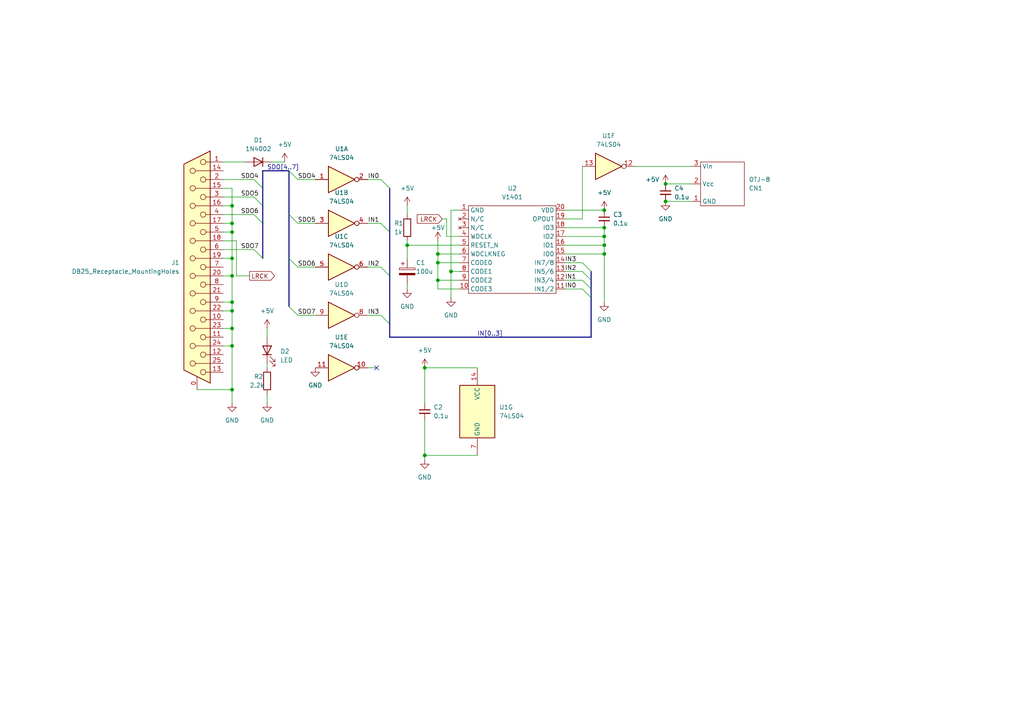
<source format=kicad_sch>
(kicad_sch (version 20230121) (generator eeschema)
  (paper "A4")
  (title_block (title "RBUS-ADAT") (date "2024-01-26") (rev "0") (company "Chrisoft") (comment 1 "Licensed under CERN-OHL-P v2 or later"))
  (lib_symbols
    (symbol "74xx:74LS04"
      (property "Reference" "U" (at 0 1.27 0))
      (property "Value" "74LS04" (at 0 -1.27 0))
      (symbol "74LS04_1_0"
        (polyline (pts (xy -3.81 3.81) (xy -3.81 -3.81) (xy 3.81 0) (xy -3.81 3.81)) (stroke (width 0.254)) (fill (type background)))
        (pin input line (at -7.62 0 0) (length 3.81) (name "~") (number "1"))
        (pin output inverted (at 7.62 0 180) (length 3.81) (name "~") (number "2"))
      )
      (symbol "74LS04_2_0"
        (polyline (pts (xy -3.81 3.81) (xy -3.81 -3.81) (xy 3.81 0) (xy -3.81 3.81)) (stroke (width 0.254)) (fill (type background)))
        (pin input line (at -7.62 0 0) (length 3.81) (name "~") (number "3"))
        (pin output inverted (at 7.62 0 180) (length 3.81) (name "~") (number "4"))
      )
      (symbol "74LS04_3_0"
        (polyline (pts (xy -3.81 3.81) (xy -3.81 -3.81) (xy 3.81 0) (xy -3.81 3.81)) (stroke (width 0.254)) (fill (type background)))
        (pin input line (at -7.62 0 0) (length 3.81) (name "~") (number "5"))
        (pin output inverted (at 7.62 0 180) (length 3.81) (name "~") (number "6"))
      )
      (symbol "74LS04_4_0"
        (polyline (pts (xy -3.81 3.81) (xy -3.81 -3.81) (xy 3.81 0) (xy -3.81 3.81)) (stroke (width 0.254)) (fill (type background)))
        (pin output inverted (at 7.62 0 180) (length 3.81) (name "~") (number "8"))
        (pin input line (at -7.62 0 0) (length 3.81) (name "~") (number "9"))
      )
      (symbol "74LS04_5_0"
        (polyline (pts (xy -3.81 3.81) (xy -3.81 -3.81) (xy 3.81 0) (xy -3.81 3.81)) (stroke (width 0.254)) (fill (type background)))
        (pin output inverted (at 7.62 0 180) (length 3.81) (name "~") (number "10"))
        (pin input line (at -7.62 0 0) (length 3.81) (name "~") (number "11"))
      )
      (symbol "74LS04_6_0"
        (polyline (pts (xy -3.81 3.81) (xy -3.81 -3.81) (xy 3.81 0) (xy -3.81 3.81)) (stroke (width 0.254)) (fill (type background)))
        (pin output inverted (at 7.62 0 180) (length 3.81) (name "~") (number "12"))
        (pin input line (at -7.62 0 0) (length 3.81) (name "~") (number "13"))
      )
      (symbol "74LS04_7_0"
        (pin power_in line (at 0 12.7 270) (length 5.08) (name "VCC") (number "14"))
        (pin power_in line (at 0 -12.7 90) (length 5.08) (name "GND") (number "7"))
      )
      (symbol "74LS04_7_1"
        (rectangle (start -5.08 7.62) (end 5.08 -7.62) (stroke (width 0.254)) (fill (type background)))
      )
    )
    (symbol "Connector:DB25_Receptacle_MountingHoles" (pin_names (offset 1.016) hide)
      (property "Reference" "J" (at 0 36.83 0))
      (property "Value" "DB25_Receptacle_MountingHoles" (at 0 34.925 0))
      (symbol "DB25_Receptacle_MountingHoles_0_1"
        (circle (center -1.778 -30.48) (radius 0.762))
        (circle (center -1.778 -25.4) (radius 0.762))
        (circle (center -1.778 -20.32) (radius 0.762))
        (circle (center -1.778 -15.24) (radius 0.762))
        (circle (center -1.778 -10.16) (radius 0.762))
        (circle (center -1.778 -5.08) (radius 0.762))
        (circle (center -1.778 0) (radius 0.762))
        (circle (center -1.778 5.08) (radius 0.762))
        (circle (center -1.778 10.16) (radius 0.762))
        (circle (center -1.778 15.24) (radius 0.762))
        (circle (center -1.778 20.32) (radius 0.762))
        (circle (center -1.778 25.4) (radius 0.762))
        (circle (center -1.778 30.48) (radius 0.762))
        (polyline (pts (xy -3.81 -30.48) (xy -2.54 -30.48)))
        (polyline (pts (xy -3.81 -27.94) (xy 0.508 -27.94)))
        (polyline (pts (xy -3.81 -25.4) (xy -2.54 -25.4)))
        (polyline (pts (xy -3.81 -22.86) (xy 0.508 -22.86)))
        (polyline (pts (xy -3.81 -20.32) (xy -2.54 -20.32)))
        (polyline (pts (xy -3.81 -17.78) (xy 0.508 -17.78)))
        (polyline (pts (xy -3.81 -15.24) (xy -2.54 -15.24)))
        (polyline (pts (xy -3.81 -12.7) (xy 0.508 -12.7)))
        (polyline (pts (xy -3.81 -10.16) (xy -2.54 -10.16)))
        (polyline (pts (xy -3.81 -7.62) (xy 0.508 -7.62)))
        (polyline (pts (xy -3.81 -5.08) (xy -2.54 -5.08)))
        (polyline (pts (xy -3.81 -2.54) (xy 0.508 -2.54)))
        (polyline (pts (xy -3.81 0) (xy -2.54 0)))
        (polyline (pts (xy -3.81 2.54) (xy 0.508 2.54)))
        (polyline (pts (xy -3.81 5.08) (xy -2.54 5.08)))
        (polyline (pts (xy -3.81 7.62) (xy 0.508 7.62)))
        (polyline (pts (xy -3.81 10.16) (xy -2.54 10.16)))
        (polyline (pts (xy -3.81 12.7) (xy 0.508 12.7)))
        (polyline (pts (xy -3.81 15.24) (xy -2.54 15.24)))
        (polyline (pts (xy -3.81 17.78) (xy 0.508 17.78)))
        (polyline (pts (xy -3.81 20.32) (xy -2.54 20.32)))
        (polyline (pts (xy -3.81 22.86) (xy 0.508 22.86)))
        (polyline (pts (xy -3.81 25.4) (xy -2.54 25.4)))
        (polyline (pts (xy -3.81 27.94) (xy 0.508 27.94)))
        (polyline (pts (xy -3.81 30.48) (xy -2.54 30.48)))
        (polyline (pts (xy -3.81 33.655) (xy 3.81 29.845) (xy 3.81 -29.845) (xy -3.81 -33.655) (xy -3.81 33.655)) (stroke (width 0.254)) (fill (type background)))
        (circle (center 1.27 -27.94) (radius 0.762))
        (circle (center 1.27 -22.86) (radius 0.762))
        (circle (center 1.27 -17.78) (radius 0.762))
        (circle (center 1.27 -12.7) (radius 0.762))
        (circle (center 1.27 -7.62) (radius 0.762))
        (circle (center 1.27 -2.54) (radius 0.762))
        (circle (center 1.27 2.54) (radius 0.762))
        (circle (center 1.27 7.62) (radius 0.762))
        (circle (center 1.27 12.7) (radius 0.762))
        (circle (center 1.27 17.78) (radius 0.762))
        (circle (center 1.27 22.86) (radius 0.762))
        (circle (center 1.27 27.94) (radius 0.762))
      )
      (symbol "DB25_Receptacle_MountingHoles_1_1"
        (pin passive line (at 0 -35.56 90) (length 3.81) (name "PAD") (number "0"))
        (pin passive line (at -7.62 30.48 0) (length 3.81) (name "1") (number "1"))
        (pin passive line (at -7.62 -15.24 0) (length 3.81) (name "10") (number "10"))
        (pin passive line (at -7.62 -20.32 0) (length 3.81) (name "11") (number "11"))
        (pin passive line (at -7.62 -25.4 0) (length 3.81) (name "12") (number "12"))
        (pin passive line (at -7.62 -30.48 0) (length 3.81) (name "13") (number "13"))
        (pin passive line (at -7.62 27.94 0) (length 3.81) (name "P14") (number "14"))
        (pin passive line (at -7.62 22.86 0) (length 3.81) (name "P15") (number "15"))
        (pin passive line (at -7.62 17.78 0) (length 3.81) (name "P16") (number "16"))
        (pin passive line (at -7.62 12.7 0) (length 3.81) (name "P17") (number "17"))
        (pin passive line (at -7.62 7.62 0) (length 3.81) (name "P18") (number "18"))
        (pin passive line (at -7.62 2.54 0) (length 3.81) (name "P19") (number "19"))
        (pin passive line (at -7.62 25.4 0) (length 3.81) (name "2") (number "2"))
        (pin passive line (at -7.62 -2.54 0) (length 3.81) (name "P20") (number "20"))
        (pin passive line (at -7.62 -7.62 0) (length 3.81) (name "P21") (number "21"))
        (pin passive line (at -7.62 -12.7 0) (length 3.81) (name "P22") (number "22"))
        (pin passive line (at -7.62 -17.78 0) (length 3.81) (name "P23") (number "23"))
        (pin passive line (at -7.62 -22.86 0) (length 3.81) (name "P24") (number "24"))
        (pin passive line (at -7.62 -27.94 0) (length 3.81) (name "P25") (number "25"))
        (pin passive line (at -7.62 20.32 0) (length 3.81) (name "3") (number "3"))
        (pin passive line (at -7.62 15.24 0) (length 3.81) (name "4") (number "4"))
        (pin passive line (at -7.62 10.16 0) (length 3.81) (name "5") (number "5"))
        (pin passive line (at -7.62 5.08 0) (length 3.81) (name "6") (number "6"))
        (pin passive line (at -7.62 0 0) (length 3.81) (name "7") (number "7"))
        (pin passive line (at -7.62 -5.08 0) (length 3.81) (name "8") (number "8"))
        (pin passive line (at -7.62 -10.16 0) (length 3.81) (name "9") (number "9"))
      )
    )
    (symbol "Device:C_Polarized" (pin_numbers hide) (pin_names (offset 0.254))
      (property "Reference" "C" (at 0.635 2.54 0))
      (property "Value" "C_Polarized" (at 0.635 -2.54 0))
      (symbol "C_Polarized_0_1"
        (rectangle (start -2.286 0.508) (end 2.286 1.016))
        (polyline (pts (xy -1.778 2.286) (xy -0.762 2.286)))
        (polyline (pts (xy -1.27 2.794) (xy -1.27 1.778)))
        (rectangle (start 2.286 -0.508) (end -2.286 -1.016) (fill (type outline)))
      )
      (symbol "C_Polarized_1_1"
        (pin passive line (at 0 3.81 270) (length 2.794) (name "~") (number "1"))
        (pin passive line (at 0 -3.81 90) (length 2.794) (name "~") (number "2"))
      )
    )
    (symbol "Device:C_Small" (pin_numbers hide) (pin_names (offset 0.254) hide)
      (property "Reference" "C" (at 0.254 1.778 0))
      (property "Value" "C_Small" (at 0.254 -2.032 0))
      (symbol "C_Small_0_1"
        (polyline (pts (xy -1.524 -0.508) (xy 1.524 -0.508)) (stroke (width 0.3302)))
        (polyline (pts (xy -1.524 0.508) (xy 1.524 0.508)) (stroke (width 0.3048)))
      )
      (symbol "C_Small_1_1"
        (pin passive line (at 0 2.54 270) (length 2.032) (name "~") (number "1"))
        (pin passive line (at 0 -2.54 90) (length 2.032) (name "~") (number "2"))
      )
    )
    (symbol "Device:LED" (pin_numbers hide) (pin_names (offset 1.016) hide)
      (property "Reference" "D" (at 0 2.54 0))
      (property "Value" "LED" (at 0 -2.54 0))
      (symbol "LED_0_1"
        (polyline (pts (xy -1.27 -1.27) (xy -1.27 1.27)) (stroke (width 0.254)))
        (polyline (pts (xy -1.27 0) (xy 1.27 0)))
        (polyline (pts (xy 1.27 -1.27) (xy 1.27 1.27) (xy -1.27 0) (xy 1.27 -1.27)) (stroke (width 0.254)))
        (polyline (pts (xy -3.048 -0.762) (xy -4.572 -2.286) (xy -3.81 -2.286) (xy -4.572 -2.286) (xy -4.572 -1.524)))
        (polyline (pts (xy -1.778 -0.762) (xy -3.302 -2.286) (xy -2.54 -2.286) (xy -3.302 -2.286) (xy -3.302 -1.524)))
      )
      (symbol "LED_1_1"
        (pin passive line (at -3.81 0 0) (length 2.54) (name "K") (number "1"))
        (pin passive line (at 3.81 0 180) (length 2.54) (name "A") (number "2"))
      )
    )
    (symbol "Device:R" (pin_numbers hide) (pin_names (offset 0))
      (property "Reference" "R" (at 2.032 0 90))
      (property "Value" "R" (at 0 0 90))
      (symbol "R_0_1"
        (rectangle (start -1.016 -2.54) (end 1.016 2.54) (stroke (width 0.254)))
      )
      (symbol "R_1_1"
        (pin passive line (at 0 3.81 270) (length 1.27) (name "~") (number "1"))
        (pin passive line (at 0 -3.81 90) (length 1.27) (name "~") (number "2"))
      )
    )
    (symbol "Diode:1N4002" (pin_numbers hide) (pin_names hide)
      (property "Reference" "D" (at 0 2.54 0))
      (property "Value" "1N4002" (at 0 -2.54 0))
      (symbol "1N4002_0_1"
        (polyline (pts (xy -1.27 1.27) (xy -1.27 -1.27)) (stroke (width 0.254)))
        (polyline (pts (xy 1.27 0) (xy -1.27 0)))
        (polyline (pts (xy 1.27 1.27) (xy 1.27 -1.27) (xy -1.27 0) (xy 1.27 1.27)) (stroke (width 0.254)))
      )
      (symbol "1N4002_1_1"
        (pin passive line (at -3.81 0 0) (length 2.54) (name "K") (number "1"))
        (pin passive line (at 3.81 0 180) (length 2.54) (name "A") (number "2"))
      )
    )
    (symbol "adat-proj:OTJ-8"
      (property "Reference" "CN" (at 0 0 0))
      (property "Value" "OTJ-8" (at 0 0 0))
      (symbol "OTJ-8_0_1"
        (rectangle (start -6.35 6.35) (end 6.35 -6.35))
      )
      (symbol "OTJ-8_1_1"
        (pin power_out line (at -5.08 -8.89 90) (length 2.54) (name "GND") (number "1"))
        (pin power_in line (at 0 -8.89 90) (length 2.54) (name "Vcc") (number "2"))
        (pin input line (at 5.08 -8.89 90) (length 2.54) (name "Vin") (number "3"))
      )
    )
    (symbol "adat-proj:V1401"
      (property "Reference" "U" (at 0 0 0))
      (property "Value" "V1401" (at 0 2.54 0))
      (symbol "V1401_0_1"
        (rectangle (start -12.7 12.7) (end 12.7 -12.7))
      )
      (symbol "V1401_1_1"
        (pin power_out line (at -15.24 11.43 0) (length 2.54) (name "GND") (number "1"))
        (pin input line (at -15.24 -11.43 0) (length 2.54) (name "CODE3") (number "10"))
        (pin input line (at 15.24 -11.43 180) (length 2.54) (name "IN1/2") (number "11"))
        (pin input line (at 15.24 -8.89 180) (length 2.54) (name "IN3/4") (number "12"))
        (pin input line (at 15.24 -6.35 180) (length 2.54) (name "IN5/6") (number "13"))
        (pin input line (at 15.24 -3.81 180) (length 2.54) (name "IN7/8") (number "14"))
        (pin input line (at 15.24 -1.27 180) (length 2.54) (name "IO0") (number "15"))
        (pin input line (at 15.24 1.27 180) (length 2.54) (name "IO1") (number "16"))
        (pin input line (at 15.24 3.81 180) (length 2.54) (name "IO2") (number "17"))
        (pin input line (at 15.24 6.35 180) (length 2.54) (name "IO3") (number "18"))
        (pin output line (at 15.24 8.89 180) (length 2.54) (name "OPOUT") (number "19"))
        (pin no_connect line (at -15.24 8.89 0) (length 2.54) (name "N/C") (number "2"))
        (pin power_in line (at 15.24 11.43 180) (length 2.54) (name "VDD") (number "20"))
        (pin no_connect line (at -15.24 6.35 0) (length 2.54) (name "N/C") (number "3"))
        (pin input line (at -15.24 3.81 0) (length 2.54) (name "WDCLK") (number "4"))
        (pin input line (at -15.24 1.27 0) (length 2.54) (name "RESET_N") (number "5"))
        (pin input line (at -15.24 -1.27 0) (length 2.54) (name "WDCLKNEG") (number "6"))
        (pin input line (at -15.24 -3.81 0) (length 2.54) (name "CODE0") (number "7"))
        (pin input line (at -15.24 -6.35 0) (length 2.54) (name "CODE1") (number "8"))
        (pin input line (at -15.24 -8.89 0) (length 2.54) (name "CODE2") (number "9"))
      )
    )
    (symbol "power:+5V" (power) (pin_names (offset 0))
      (property "Value" "+5V" (at 0 3.556 0))
      (symbol "+5V_0_1"
        (polyline (pts (xy -0.762 1.27) (xy 0 2.54)))
        (polyline (pts (xy 0 0) (xy 0 2.54)))
        (polyline (pts (xy 0 2.54) (xy 0.762 1.27)))
      )
      (symbol "+5V_1_1"
        (pin power_in line (at 0 0 90) (length 0) hide (name "+5V") (number "1"))
      )
    )
    (symbol "power:GND" (power) (pin_names (offset 0))
      (property "Value" "GND" (at 0 -3.81 0))
      (symbol "GND_0_1"
        (polyline (pts (xy 0 0) (xy 0 -1.27) (xy 1.27 -1.27) (xy 0 -2.54) (xy -1.27 -1.27) (xy 0 -1.27)))
      )
      (symbol "GND_1_1"
        (pin power_in line (at 0 0 270) (length 0) hide (name "GND") (number "1"))
      )
    )
  )
  (junction (at 175.26 71.12))
  (junction (at 67.31 87.63))
  (junction (at 193.04 53.34))
  (junction (at 67.31 95.25))
  (junction (at 67.31 90.17))
  (junction (at 123.19 132.08))
  (junction (at 67.31 67.31))
  (junction (at 67.31 113.03))
  (junction (at 175.26 66.04))
  (junction (at 67.31 80.01))
  (junction (at 130.81 78.74))
  (junction (at 127 76.2))
  (junction (at 118.11 71.12))
  (junction (at 67.31 100.33))
  (junction (at 67.31 59.69))
  (junction (at 67.31 64.77))
  (junction (at 175.26 60.96))
  (junction (at 123.19 106.68))
  (junction (at 127 81.28))
  (junction (at 127 73.66))
  (junction (at 67.31 74.93))
  (junction (at 175.26 68.58))
  (junction (at 175.26 73.66))
  (junction (at 193.04 58.42))
  (no_connect (at 109.22 106.68))
  (bus_entry (at 83.82 74.93) (size 2.54 2.54))
  (bus_entry (at 168.91 76.2) (size 2.54 2.54))
  (bus_entry (at 73.66 52.07) (size 2.54 2.54))
  (bus_entry (at 110.49 52.07) (size 2.54 2.54))
  (bus_entry (at 168.91 83.82) (size 2.54 2.54))
  (bus_entry (at 83.82 88.9) (size 2.54 2.54))
  (bus_entry (at 73.66 62.23) (size 2.54 2.54))
  (bus_entry (at 83.82 62.23) (size 2.54 2.54))
  (bus_entry (at 73.66 72.39) (size 2.54 2.54))
  (bus_entry (at 110.49 64.77) (size 2.54 2.54))
  (bus_entry (at 83.82 49.53) (size 2.54 2.54))
  (bus_entry (at 168.91 78.74) (size 2.54 2.54))
  (bus_entry (at 110.49 77.47) (size 2.54 2.54))
  (bus_entry (at 110.49 91.44) (size 2.54 2.54))
  (bus_entry (at 168.91 81.28) (size 2.54 2.54))
  (bus_entry (at 73.66 57.15) (size 2.54 2.54))
  (wire (pts (xy 129.54 63.5) (xy 129.54 68.58)))
  (wire (pts (xy 67.31 54.61) (xy 67.31 59.69)))
  (wire (pts (xy 67.31 113.03) (xy 67.31 100.33)))
  (bus (pts (xy 76.2 64.77) (xy 76.2 74.93)))
  (wire (pts (xy 175.26 73.66) (xy 175.26 87.63)))
  (wire (pts (xy 68.58 69.85) (xy 64.77 69.85)))
  (wire (pts (xy 129.54 68.58) (xy 133.35 68.58)))
  (wire (pts (xy 175.26 68.58) (xy 175.26 71.12)))
  (wire (pts (xy 163.83 81.28) (xy 168.91 81.28)))
  (wire (pts (xy 163.83 76.2) (xy 168.91 76.2)))
  (wire (pts (xy 64.77 59.69) (xy 67.31 59.69)))
  (wire (pts (xy 184.15 48.26) (xy 200.66 48.26)))
  (wire (pts (xy 118.11 71.12) (xy 118.11 74.93)))
  (wire (pts (xy 67.31 59.69) (xy 67.31 64.77)))
  (wire (pts (xy 64.77 72.39) (xy 73.66 72.39)))
  (wire (pts (xy 127 83.82) (xy 127 81.28)))
  (bus (pts (xy 83.82 62.23) (xy 83.82 74.93)))
  (wire (pts (xy 106.68 64.77) (xy 110.49 64.77)))
  (bus (pts (xy 113.03 97.79) (xy 171.45 97.79)))
  (wire (pts (xy 193.04 58.42) (xy 200.66 58.42)))
  (wire (pts (xy 77.47 95.25) (xy 77.47 97.79)))
  (wire (pts (xy 163.83 63.5) (xy 168.91 63.5)))
  (wire (pts (xy 163.83 71.12) (xy 175.26 71.12)))
  (wire (pts (xy 127 81.28) (xy 133.35 81.28)))
  (wire (pts (xy 86.36 64.77) (xy 91.44 64.77)))
  (wire (pts (xy 127 73.66) (xy 127 76.2)))
  (wire (pts (xy 106.68 91.44) (xy 110.49 91.44)))
  (wire (pts (xy 67.31 80.01) (xy 67.31 87.63)))
  (wire (pts (xy 106.68 106.68) (xy 109.22 106.68)))
  (wire (pts (xy 163.83 73.66) (xy 175.26 73.66)))
  (wire (pts (xy 64.77 100.33) (xy 67.31 100.33)))
  (wire (pts (xy 127 81.28) (xy 127 76.2)))
  (wire (pts (xy 78.74 46.99) (xy 82.55 46.99)))
  (wire (pts (xy 77.47 114.3) (xy 77.47 116.84)))
  (wire (pts (xy 123.19 132.08) (xy 138.43 132.08)))
  (wire (pts (xy 64.77 67.31) (xy 67.31 67.31)))
  (bus (pts (xy 76.2 59.69) (xy 76.2 64.77)))
  (wire (pts (xy 64.77 80.01) (xy 67.31 80.01)))
  (wire (pts (xy 86.36 52.07) (xy 91.44 52.07)))
  (wire (pts (xy 64.77 52.07) (xy 73.66 52.07)))
  (bus (pts (xy 113.03 80.01) (xy 113.03 93.98)))
  (wire (pts (xy 127 69.85) (xy 127 73.66)))
  (wire (pts (xy 130.81 60.96) (xy 130.81 78.74)))
  (wire (pts (xy 133.35 83.82) (xy 127 83.82)))
  (wire (pts (xy 67.31 116.84) (xy 67.31 113.03)))
  (wire (pts (xy 64.77 90.17) (xy 67.31 90.17)))
  (wire (pts (xy 64.77 62.23) (xy 73.66 62.23)))
  (wire (pts (xy 130.81 78.74) (xy 133.35 78.74)))
  (wire (pts (xy 118.11 59.69) (xy 118.11 62.23)))
  (bus (pts (xy 83.82 74.93) (xy 83.82 88.9)))
  (wire (pts (xy 86.36 77.47) (xy 91.44 77.47)))
  (wire (pts (xy 67.31 67.31) (xy 67.31 74.93)))
  (wire (pts (xy 118.11 69.85) (xy 118.11 71.12)))
  (wire (pts (xy 123.19 106.68) (xy 138.43 106.68)))
  (wire (pts (xy 175.26 66.04) (xy 175.26 68.58)))
  (bus (pts (xy 171.45 83.82) (xy 171.45 86.36)))
  (wire (pts (xy 163.83 78.74) (xy 168.91 78.74)))
  (wire (pts (xy 64.77 95.25) (xy 67.31 95.25)))
  (wire (pts (xy 57.15 113.03) (xy 67.31 113.03)))
  (wire (pts (xy 127 76.2) (xy 133.35 76.2)))
  (wire (pts (xy 67.31 64.77) (xy 67.31 67.31)))
  (bus (pts (xy 113.03 67.31) (xy 113.03 80.01)))
  (bus (pts (xy 171.45 81.28) (xy 171.45 83.82)))
  (wire (pts (xy 64.77 74.93) (xy 67.31 74.93)))
  (wire (pts (xy 123.19 132.08) (xy 123.19 133.35)))
  (wire (pts (xy 106.68 52.07) (xy 110.49 52.07)))
  (bus (pts (xy 171.45 78.74) (xy 171.45 81.28)))
  (bus (pts (xy 113.03 93.98) (xy 113.03 97.79)))
  (wire (pts (xy 193.04 53.34) (xy 200.66 53.34)))
  (wire (pts (xy 118.11 82.55) (xy 118.11 83.82)))
  (wire (pts (xy 128.27 63.5) (xy 129.54 63.5)))
  (wire (pts (xy 67.31 87.63) (xy 64.77 87.63)))
  (bus (pts (xy 171.45 86.36) (xy 171.45 97.79)))
  (bus (pts (xy 113.03 54.61) (xy 113.03 67.31)))
  (wire (pts (xy 123.19 106.68) (xy 123.19 116.84)))
  (wire (pts (xy 118.11 71.12) (xy 133.35 71.12)))
  (wire (pts (xy 163.83 66.04) (xy 175.26 66.04)))
  (bus (pts (xy 76.2 49.53) (xy 83.82 49.53)))
  (wire (pts (xy 64.77 46.99) (xy 71.12 46.99)))
  (wire (pts (xy 77.47 105.41) (xy 77.47 106.68)))
  (wire (pts (xy 163.83 83.82) (xy 168.91 83.82)))
  (wire (pts (xy 130.81 60.96) (xy 133.35 60.96)))
  (wire (pts (xy 67.31 74.93) (xy 67.31 80.01)))
  (wire (pts (xy 64.77 64.77) (xy 67.31 64.77)))
  (wire (pts (xy 67.31 90.17) (xy 67.31 87.63)))
  (wire (pts (xy 163.83 60.96) (xy 175.26 60.96)))
  (wire (pts (xy 67.31 95.25) (xy 67.31 90.17)))
  (wire (pts (xy 67.31 100.33) (xy 67.31 95.25)))
  (wire (pts (xy 68.58 80.01) (xy 72.39 80.01)))
  (bus (pts (xy 76.2 54.61) (xy 76.2 49.53)))
  (wire (pts (xy 64.77 57.15) (xy 73.66 57.15)))
  (wire (pts (xy 106.68 77.47) (xy 110.49 77.47)))
  (bus (pts (xy 83.82 49.53) (xy 83.82 62.23)))
  (wire (pts (xy 168.91 63.5) (xy 168.91 48.26)))
  (wire (pts (xy 175.26 71.12) (xy 175.26 73.66)))
  (wire (pts (xy 123.19 121.92) (xy 123.19 132.08)))
  (wire (pts (xy 86.36 91.44) (xy 91.44 91.44)))
  (wire (pts (xy 163.83 68.58) (xy 175.26 68.58)))
  (wire (pts (xy 68.58 69.85) (xy 68.58 80.01)))
  (wire (pts (xy 67.31 54.61) (xy 64.77 54.61)))
  (bus (pts (xy 76.2 54.61) (xy 76.2 59.69)))
  (wire (pts (xy 130.81 86.36) (xy 130.81 78.74)))
  (wire (pts (xy 127 73.66) (xy 133.35 73.66)))
  (label "IN1" (at 106.68 64.77 0))
  (label "IN1" (at 163.83 81.28 0))
  (label "SDO5" (at 69.85 57.15 0))
  (label "SDO7" (at 86.36 91.44 0))
  (label "SDO4" (at 86.36 52.07 0))
  (label "SDO7" (at 69.85 72.39 0))
  (label "SDO6" (at 86.36 77.47 0))
  (label "IN2" (at 106.68 77.47 0))
  (label "SDO6" (at 69.85 62.23 0))
  (label "SDO[4..7]" (at 77.47 49.53 0))
  (label "SDO4" (at 69.85 52.07 0))
  (label "IN3" (at 106.68 91.44 0))
  (label "IN0" (at 106.68 52.07 0))
  (label "IN3" (at 163.83 76.2 0))
  (label "SDO5" (at 86.36 64.77 0))
  (label "IN[0..3]" (at 138.43 97.79 0))
  (label "IN2" (at 163.83 78.74 0))
  (label "IN0" (at 163.83 83.82 0))
  (global_label "LRCK" (shape input) (at 128.27 63.5 180) (property "Intersheetrefs" "${INTERSHEET_REFS}" (effects hide)))
  (global_label "LRCK" (shape output) (at 72.39 80.01 0) (property "Intersheetrefs" "${INTERSHEET_REFS}" (effects hide)))
  (symbol (lib_id "power:+5V") (at 77.47 95.25 0) (unit 1)
    (property "Reference" "#PWR015" (effects hide))
    (property "Value" "+5V" (at 77.47 90.17 0))
  )
  (symbol (lib_id "adat-proj:V1401") (at 148.59 72.39 0) (unit 1)
    (property "Reference" "U2" (at 148.59 54.61 0))
    (property "Value" "V1401" (at 148.59 57.15 0))
    (property "Footprint" "Package_SO:SOIC-20W_7.5x15.4mm_P1.27mm" (effects hide))
    (property "Datasheet" "https://mediadl.musictribe.com/download/documents/coolaudio/docs/COOLAUDIO_V1401_DATASHEET.pdf" (effects hide))
  )
  (symbol (lib_id "Diode:1N4002") (at 74.93 46.99 0) (mirror y) (unit 1)
    (property "Reference" "D1" (at 74.93 40.64 0))
    (property "Value" "1N4002" (at 74.93 43.18 0))
    (property "Footprint" "Diode_THT:D_DO-41_SOD81_P10.16mm_Horizontal" (effects hide))
    (property "Datasheet" "http://www.vishay.com/docs/88503/1n4001.pdf" (effects hide))
    (property "Sim.Device" "D" (effects hide))
    (property "Sim.Pins" "1=K 2=A" (effects hide))
  )
  (symbol (lib_id "power:+5V") (at 193.04 53.34 0) (unit 1)
    (property "Reference" "#PWR011" (effects hide))
    (property "Value" "+5V" (at 189.23 52.07 0))
  )
  (symbol (lib_id "74xx:74LS04") (at 99.06 77.47 0) (unit 3)
    (property "Reference" "U1" (at 99.06 68.58 0))
    (property "Value" "74LS04" (at 99.06 71.12 0))
    (property "Footprint" "Package_DIP:DIP-14_W7.62mm" (effects hide))
    (property "Datasheet" "http://www.ti.com/lit/gpn/sn74LS04" (effects hide))
  )
  (symbol (lib_id "Device:R") (at 77.47 110.49 0) (unit 1)
    (property "Reference" "R2" (at 73.66 109.22 0) (effects (justify left)))
    (property "Value" "2.2k" (at 72.39 111.76 0) (effects (justify left)))
    (property "Footprint" "Resistor_THT:R_Axial_DIN0207_L6.3mm_D2.5mm_P10.16mm_Horizontal" (effects hide))
  )
  (symbol (lib_id "74xx:74LS04") (at 99.06 64.77 0) (unit 2)
    (property "Reference" "U1" (at 99.06 55.88 0))
    (property "Value" "74LS04" (at 99.06 58.42 0))
    (property "Footprint" "Package_DIP:DIP-14_W7.62mm" (effects hide))
    (property "Datasheet" "http://www.ti.com/lit/gpn/sn74LS04" (effects hide))
  )
  (symbol (lib_id "74xx:74LS04") (at 99.06 106.68 0) (unit 5)
    (property "Reference" "U1" (at 99.06 97.79 0))
    (property "Value" "74LS04" (at 99.06 100.33 0))
    (property "Footprint" "Package_DIP:DIP-14_W7.62mm" (effects hide))
    (property "Datasheet" "http://www.ti.com/lit/gpn/sn74LS04" (effects hide))
  )
  (symbol (lib_id "power:+5V") (at 127 69.85 0) (unit 1)
    (property "Reference" "#PWR09" (effects hide))
    (property "Value" "+5V" (at 127 66.04 0))
  )
  (symbol (lib_id "74xx:74LS04") (at 176.53 48.26 0) (unit 6)
    (property "Reference" "U1" (at 176.53 39.37 0))
    (property "Value" "74LS04" (at 176.53 41.91 0))
    (property "Footprint" "Package_DIP:DIP-14_W7.62mm" (effects hide))
    (property "Datasheet" "http://www.ti.com/lit/gpn/sn74LS04" (effects hide))
  )
  (symbol (lib_id "power:GND") (at 130.81 86.36 0) (unit 1)
    (property "Reference" "#PWR07" (effects hide))
    (property "Value" "GND" (at 130.81 91.44 0))
  )
  (symbol (lib_id "power:+5V") (at 118.11 59.69 0) (unit 1)
    (property "Reference" "#PWR05" (effects hide))
    (property "Value" "+5V" (at 118.11 54.61 0))
  )
  (symbol (lib_id "power:GND") (at 67.31 116.84 0) (unit 1)
    (property "Reference" "#PWR013" (effects hide))
    (property "Value" "GND" (at 67.31 121.92 0))
  )
  (symbol (lib_id "74xx:74LS04") (at 99.06 91.44 0) (unit 4)
    (property "Reference" "U1" (at 99.06 82.55 0))
    (property "Value" "74LS04" (at 99.06 85.09 0))
    (property "Footprint" "Package_DIP:DIP-14_W7.62mm" (effects hide))
    (property "Datasheet" "http://www.ti.com/lit/gpn/sn74LS04" (effects hide))
  )
  (symbol (lib_id "Device:LED") (at 77.47 101.6 90) (unit 1)
    (property "Reference" "D2" (at 81.28 101.9175 90) (effects (justify right)))
    (property "Value" "LED" (at 81.28 104.4575 90) (effects (justify right)))
    (property "Footprint" "LED_THT:LED_D3.0mm_Horizontal_O3.81mm_Z2.0mm" (effects hide))
  )
  (symbol (lib_id "74xx:74LS04") (at 138.43 119.38 0) (unit 7)
    (property "Reference" "U1" (at 144.78 118.11 0) (effects (justify left)))
    (property "Value" "74LS04" (at 144.78 120.65 0) (effects (justify left)))
    (property "Footprint" "Package_DIP:DIP-14_W7.62mm" (effects hide))
    (property "Datasheet" "http://www.ti.com/lit/gpn/sn74LS04" (effects hide))
  )
  (symbol (lib_id "Device:R") (at 118.11 66.04 0) (unit 1)
    (property "Reference" "R1" (at 114.3 64.77 0) (effects (justify left)))
    (property "Value" "1k" (at 114.3 67.31 0) (effects (justify left)))
    (property "Footprint" "Resistor_THT:R_Axial_DIN0207_L6.3mm_D2.5mm_P10.16mm_Horizontal" (effects hide))
  )
  (symbol (lib_id "Device:C_Small") (at 123.19 119.38 0) (unit 1)
    (property "Reference" "C2" (at 125.73 118.11 0) (effects (justify left)))
    (property "Value" "0.1u" (at 125.73 120.6563 0) (effects (justify left)))
    (property "Footprint" "Capacitor_THT:C_Disc_D5.0mm_W2.5mm_P2.50mm" (effects hide))
  )
  (symbol (lib_id "power:GND") (at 193.04 58.42 0) (unit 1)
    (property "Reference" "#PWR012" (effects hide))
    (property "Value" "GND" (at 193.04 63.5 0))
  )
  (symbol (lib_id "power:+5V") (at 82.55 46.99 0) (unit 1)
    (property "Reference" "#PWR01" (effects hide))
    (property "Value" "+5V" (at 82.55 41.91 0))
  )
  (symbol (lib_id "Device:C_Small") (at 193.04 55.88 0) (unit 1)
    (property "Reference" "C4" (at 195.58 54.6163 0) (effects (justify left)))
    (property "Value" "0.1u" (at 195.58 57.1563 0) (effects (justify left)))
    (property "Footprint" "Capacitor_THT:C_Disc_D5.0mm_W2.5mm_P2.50mm" (effects hide))
  )
  (symbol (lib_id "power:GND") (at 118.11 83.82 0) (unit 1)
    (property "Reference" "#PWR04" (effects hide))
    (property "Value" "GND" (at 118.11 88.9 0))
  )
  (symbol (lib_id "power:GND") (at 123.19 133.35 0) (unit 1)
    (property "Reference" "#PWR03" (effects hide))
    (property "Value" "GND" (at 123.19 138.43 0))
  )
  (symbol (lib_id "Device:C_Small") (at 175.26 63.5 0) (unit 1)
    (property "Reference" "C3" (at 177.8 62.2363 0) (effects (justify left)))
    (property "Value" "0.1u" (at 177.8 64.7763 0) (effects (justify left)))
    (property "Footprint" "Capacitor_THT:C_Disc_D5.0mm_W2.5mm_P2.50mm" (effects hide))
  )
  (symbol (lib_id "74xx:74LS04") (at 99.06 52.07 0) (unit 1)
    (property "Reference" "U1" (at 99.06 43.18 0))
    (property "Value" "74LS04" (at 99.06 45.72 0))
    (property "Footprint" "Package_DIP:DIP-14_W7.62mm" (effects hide))
    (property "Datasheet" "http://www.ti.com/lit/gpn/sn74LS04" (effects hide))
  )
  (symbol (lib_id "power:GND") (at 175.26 87.63 0) (unit 1)
    (property "Reference" "#PWR06" (effects hide))
    (property "Value" "GND" (at 175.26 92.71 0))
  )
  (symbol (lib_id "power:+5V") (at 175.26 60.96 0) (unit 1)
    (property "Reference" "#PWR08" (effects hide))
    (property "Value" "+5V" (at 175.26 55.88 0))
  )
  (symbol (lib_id "power:GND") (at 77.47 116.84 0) (unit 1)
    (property "Reference" "#PWR014" (effects hide))
    (property "Value" "GND" (at 77.47 121.92 0))
  )
  (symbol (lib_id "Connector:DB25_Receptacle_MountingHoles") (at 57.15 77.47 0) (mirror y) (unit 1)
    (property "Reference" "J1" (at 52.07 76.2 0) (effects (justify left)))
    (property "Value" "DB25_Receptacle_MountingHoles" (at 52.07 78.74 0) (effects (justify left)))
    (property "Footprint" "Connector_Dsub:DSUB-25_Female_Horizontal_P2.77x2.84mm_EdgePinOffset7.70mm_Housed_MountingHolesOffset9.12mm" (effects hide))
    (property "Datasheet" " ~" (effects hide))
  )
  (symbol (lib_id "power:+5V") (at 123.19 106.68 0) (unit 1)
    (property "Reference" "#PWR02" (effects hide))
    (property "Value" "+5V" (at 123.19 101.6 0))
  )
  (symbol (lib_id "power:GND") (at 91.44 106.68 0) (unit 1)
    (property "Reference" "#PWR010" (effects hide))
    (property "Value" "GND" (at 91.44 111.76 0))
  )
  (symbol (lib_id "Device:C_Polarized") (at 118.11 78.74 0) (unit 1)
    (property "Reference" "C1" (at 120.65 76.2 0) (effects (justify left)))
    (property "Value" "100u" (at 120.65 78.74 0) (effects (justify left)))
    (property "Footprint" "Capacitor_THT:CP_Radial_D6.3mm_P2.50mm" (effects hide))
  )
  (symbol (lib_id "adat-proj:OTJ-8") (at 209.55 53.34 270) (mirror x) (unit 1)
    (property "Reference" "CN1" (at 217.17 54.61 90) (effects (justify left)))
    (property "Value" "OTJ-8" (at 217.17 52.07 90) (effects (justify left)))
    (property "Footprint" "adat-proj:FCR684208T" (effects hide))
    (property "Datasheet" "https://www.cliffuk.co.uk/products/optical/FCR684208T.pdf" (effects hide))
  )
)
</source>
